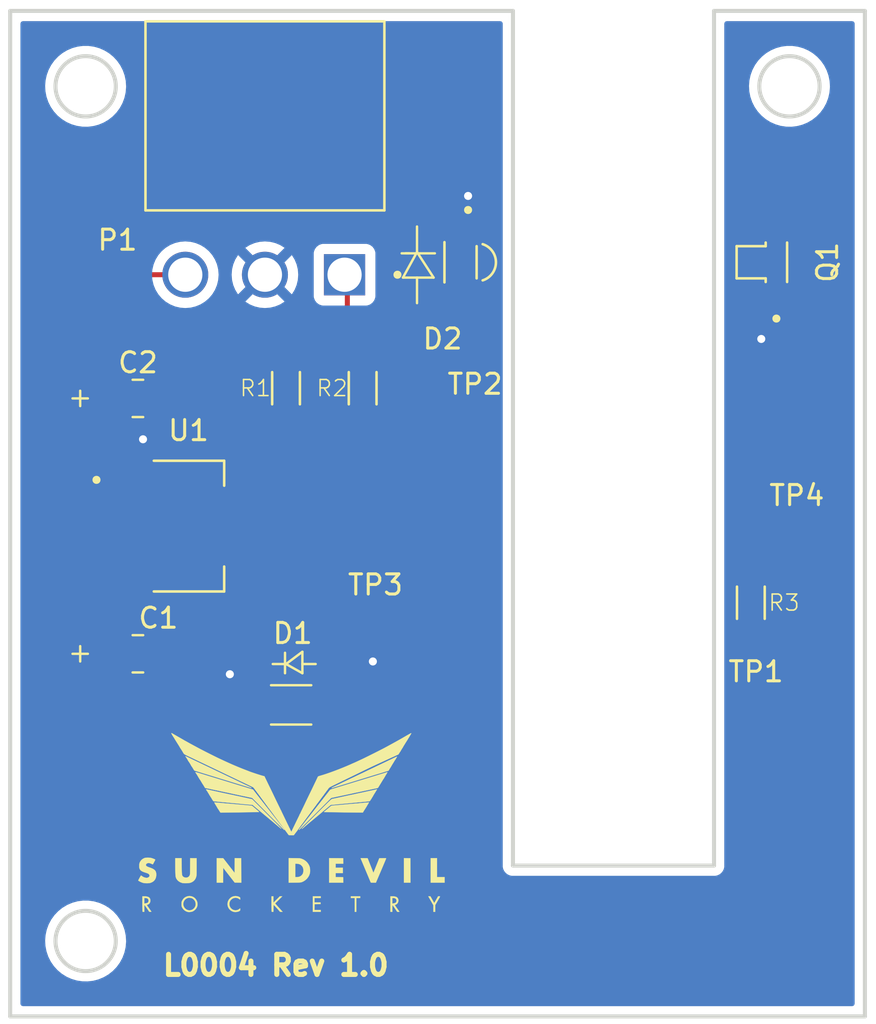
<source format=kicad_pcb>
(kicad_pcb (version 20211014) (generator pcbnew)
  (layers (0 "F.Cu" signal) (31 "B.Cu" signal) (34 "B.Paste" user) (35 "F.Paste" user) (36 "B.SilkS" user "B.Silkscreen") (37 "F.SilkS" user "F.Silkscreen") (38 "B.Mask" user) (39 "F.Mask" user) (44 "Edge.Cuts" user))
  (net 0 "")
  (net 1 "Earth")
  (net 2 "VIN")
  (net 3 "3.3V")
  (net 4 "Net-(D1-Pad2)")
  (net 5 "Net-(D2-Pad1)")
  (net 6 "VALVEPOS")
  (footprint "L0004-Photogate:T491A106K010AT" (layer "F.Cu") (at 101.6 99.06)
    (fp_text reference "C1" (at 1.016 -1.778) (layer "F.SilkS"))
    (fp_text value "10uF" hide)
    (pad "1" smd rect locked (at -1.3208 0 90) (size 1.778 1.27) (layers "F.Cu" "F.Paste" "F.Mask") (net 2 "VIN"))
    (pad "2" smd rect locked (at 1.3208 0 90) (size 1.778 1.27) (layers "F.Cu" "F.Paste" "F.Mask") (net 1 "Earth"))
  )
  (footprint "L0004-Photogate:T491A106K010AT" (layer "F.Cu") (at 101.6 86.36)
    (fp_text reference "C2" (at 0 -1.778) (layer "F.SilkS"))
    (fp_text value "10uF" hide)
    (pad "1" smd rect locked (at -1.3208 0 90) (size 1.778 1.27) (layers "F.Cu" "F.Paste" "F.Mask") (net 3 "3.3V"))
    (pad "2" smd rect locked (at 1.3208 0 90) (size 1.778 1.27) (layers "F.Cu" "F.Paste" "F.Mask") (net 1 "Earth"))
  )
  (footprint "L0004-Photogate:SML-LX1206GC-TR" (layer "F.Cu") (at 109.22 101.6)
    (fp_text reference "D1" (at 0.0762 -3.556 180) (layer "F.SilkS"))
    (fp_text value "SML-LX1206GC-TR" hide)
    (pad "1" smd rect locked (at -1.524 0) (size 0.9652 1.2954) (layers "F.Cu" "F.Paste" "F.Mask") (net 1 "Earth"))
    (pad "2" smd rect locked (at 1.524 0) (size 0.9652 1.2954) (layers "F.Cu" "F.Paste" "F.Mask") (net 4 "Net-(D1-Pad2)"))
  )
  (footprint "L0004-Photogate:DIO_VSMY2853SL" (layer "F.Cu") (at 118.01856 79.59 -90)
    (fp_text reference "D2" (at 3.81 1.27) (layer "F.SilkS"))
    (fp_text value "VSMY2853SL")
    (pad "1" smd rect locked (at 1.65 0 270) (size 0.9 1.2) (layers "F.Cu" "F.Paste" "F.Mask") (net 5 "Net-(D2-Pad1)"))
    (pad "2" smd rect locked (at -1.65 0 270) (size 0.9 1.2) (layers "F.Cu" "F.Paste" "F.Mask") (net 1 "Earth"))
  )
  (footprint "L0004-Photogate:TE_647676-3" (layer "F.Cu") (at 111.8765 80.2095 180)
    (fp_text reference "P1" (at 11.2925 1.7235) (layer "F.SilkS"))
    (fp_text value "647676-3" hide)
    (pad "1" thru_hole rect locked (at 0 0 180) (size 2.05 2.05) (drill 1.7) (layers *.Cu *.Mask) (net 2 "VIN"))
    (pad "2" thru_hole circle locked (at 3.96 0 180) (size 2.286 2.286) (drill 1.7) (layers *.Cu *.Mask) (net 1 "Earth"))
    (pad "3" thru_hole circle locked (at 7.92 0 180) (size 2.286 2.286) (drill 1.7) (layers *.Cu *.Mask) (net 6 "VALVEPOS"))
  )
  (footprint "L0004-Photogate:XDCR_SFH_3015_FA" (layer "F.Cu") (at 133.35 79.59 90)
    (fp_text reference "Q1" (at 0 2.54 90) (layer "F.SilkS"))
    (fp_text value "SFH_3015_FA")
    (pad "1" smd rect locked (at -1.75 0 90) (size 0.9 1.7) (layers "F.Cu") (net 1 "Earth"))
    (pad "2" smd rect locked (at 1.75 0 90) (size 0.9 1.7) (layers "F.Cu") (net 6 "VALVEPOS"))
  )
  (footprint "L0004-Photogate:RES_0603" (layer "F.Cu") (at 108.966 85.852 -90)
    (fp_text reference "R1" (at 0 1.524) (layer "F.SilkS") (effects (font (size 0.8 0.8) (thickness 0.0762))))
    (fp_text value "240" hide)
    (pad "1" smd rect locked (at -0.79 0 270) (size 0.94 1.02) (layers "F.Cu" "F.Paste" "F.Mask") (net 3 "3.3V"))
    (pad "2" smd rect locked (at 0.79 0 270) (size 0.94 1.02) (layers "F.Cu" "F.Paste" "F.Mask") (net 4 "Net-(D1-Pad2)"))
  )
  (footprint "L0004-Photogate:RES_0603" (layer "F.Cu") (at 112.776 85.852 -90)
    (fp_text reference "R2" (at 0 1.524) (layer "F.SilkS") (effects (font (size 0.8 0.8) (thickness 0.0762))))
    (fp_text value "220" hide)
    (pad "1" smd rect locked (at -0.79 0 270) (size 0.94 1.02) (layers "F.Cu" "F.Paste" "F.Mask") (net 3 "3.3V"))
    (pad "2" smd rect locked (at 0.79 0 270) (size 0.94 1.02) (layers "F.Cu" "F.Paste" "F.Mask") (net 5 "Net-(D2-Pad1)"))
  )
  (footprint "L0004-Photogate:RES_0603" (layer "F.Cu") (at 132.08 96.52 90)
    (fp_text reference "R3" (at 0 1.651 180) (layer "F.SilkS") (effects (font (size 0.8 0.8) (thickness 0.0762))))
    (fp_text value "150" hide)
    (pad "1" smd rect locked (at -0.79 0 90) (size 0.94 1.02) (layers "F.Cu" "F.Paste" "F.Mask") (net 3 "3.3V"))
    (pad "2" smd rect locked (at 0.79 0 90) (size 0.94 1.02) (layers "F.Cu" "F.Paste" "F.Mask") (net 6 "VALVEPOS"))
  )
  (footprint "L0004-Photogate:TP" (layer "F.Cu") (at 132.08 101.6)
    (fp_text reference "TP1" (at 0.254 -1.651) (layer "F.SilkS"))
    (fp_text value "TP" hide)
    (pad "1" smd circle locked (at 0 0) (size 1.524 1.524) (layers "F.Cu" "F.Paste" "F.Mask") (net 3 "3.3V"))
  )
  (footprint "L0004-Photogate:TP" (layer "F.Cu") (at 118.364 87.63)
    (fp_text reference "TP2" (at 0 -1.9812) (layer "F.SilkS"))
    (fp_text value "TP" hide)
    (pad "1" smd circle locked (at 0 0) (size 1.524 1.524) (layers "F.Cu" "F.Paste" "F.Mask") (net 5 "Net-(D2-Pad1)"))
  )
  (footprint "L0004-Photogate:TP" (layer "F.Cu") (at 113.284 97.282)
    (fp_text reference "TP3" (at 0.127 -1.651) (layer "F.SilkS"))
    (fp_text value "TP" hide)
    (pad "1" smd circle locked (at 0 0) (size 1.524 1.524) (layers "F.Cu" "F.Paste" "F.Mask") (net 1 "Earth"))
  )
  (footprint "L0004-Photogate:SOT230P700X180-4N" (layer "F.Cu") (at 104.14 92.71)
    (fp_text reference "U1" (at -0.025 -4.754) (layer "F.SilkS"))
    (fp_text value "LMS8117AMP-3.3_NOPB")
    (pad "1" smd rect (at -2.9 -2.3) (size 2.15 0.95) (layers "F.Cu" "F.Paste" "F.Mask") (net 1 "Earth"))
    (pad "2" smd rect (at 2.9 0) (size 2.15 3.25) (layers "F.Cu" "F.Paste" "F.Mask") (net 3 "3.3V"))
    (pad "2" smd rect (at -2.9 0) (size 2.15 0.95) (layers "F.Cu" "F.Paste" "F.Mask") (net 3 "3.3V"))
    (pad "3" smd rect (at -2.9 2.3) (size 2.15 0.95) (layers "F.Cu" "F.Paste" "F.Mask") (net 2 "VIN"))
  )
  (footprint "L0004-Photogate:Logo" (layer "F.Cu") (at 109.22 107.188)
    (fp_text reference "LOGO1" hide)
    (fp_text value "Logo" hide)
  )
  (footprint "L0004-Photogate:TP" (layer "F.Cu") (at 134.62 92.71)
    (fp_text reference "TP4" (at -0.254 -1.524) (layer "F.SilkS"))
    (fp_text value "TP" hide)
    (pad "1" smd circle locked (at 0 0) (size 1.524 1.524) (layers "F.Cu" "F.Paste" "F.Mask") (net 6 "VALVEPOS"))
  )
  (gr_line (start 137.75 67.090434) (end 137.75 117.090434) (layer "Edge.Cuts") (width 0.2))
  (gr_line (start 137.75 117.090434) (end 95.25 117.090434) (layer "Edge.Cuts") (width 0.2))
  (gr_line (start 130.249999 67.090434) (end 130.249999 109.590433) (layer "Edge.Cuts") (width 0.2))
  (gr_circle (center 99 70.840434) (end 100.5 70.840434) (layer "Edge.Cuts") (width 0.2) (fill none))
  (gr_line (start 130.249999 109.590433) (end 120.249999 109.590433) (layer "Edge.Cuts") (width 0.2))
  (gr_circle (center 134 70.840434) (end 135.5 70.840434) (layer "Edge.Cuts") (width 0.2) (fill none))
  (gr_line (start 95.25 67.090434) (end 120.249999 67.090434) (layer "Edge.Cuts") (width 0.2))
  (gr_line (start 120.249999 67.090434) (end 120.249999 109.590433) (layer "Edge.Cuts") (width 0.2))
  (gr_line (start 95.25 67.090434) (end 95.25 117.090434) (layer "Edge.Cuts") (width 0.2))
  (gr_line (start 130.249999 67.090434) (end 137.75 67.090434) (layer "Edge.Cuts") (width 0.2))
  (gr_circle (center 99 113.340434) (end 100.5 113.340434) (layer "Edge.Cuts") (width 0.2) (fill none))
  (gr_text "L0004 Rev 1.0" (at 108.458 114.554) (layer "F.SilkS") (effects (font (size 1 1) (thickness 0.25))))
  (segment (start 133.51256 82.78876) (end 133.6548 82.64652) (width 0.25) (layer "F.Cu") (net 1))
  (segment (start 133.6548 82.64652) (end 133.6548 81.4578) (width 0.25) (layer "F.Cu") (net 1))
  (segment (start 107.442 101.219) (end 106.172 100.076) (width 0.25) (layer "F.Cu") (net 1))
  (segment (start 113.284 97.282) (end 113.284 99.441) (width 0.25) (layer "F.Cu") (net 1))
  (segment (start 105.283 99.06) (end 102.749722 99.06) (width 0.25) (layer "F.Cu") (net 1))
  (segment (start 102.749722 86.36) (end 102.749722 87.496278) (width 0.25) (layer "F.Cu") (net 1))
  (segment (start 133.21284 82.78876) (end 133.51256 82.78876) (width 0.25) (layer "F.Cu") (net 1))
  (segment (start 102.749722 87.496278) (end 101.854 88.392) (width 0.25) (layer "F.Cu") (net 1))
  (segment (start 118.01856 76.29144) (end 118.01856 76.03744) (width 0.25) (layer "F.Cu") (net 1))
  (segment (start 132.59816 83.40344) (end 133.21284 82.78876) (width 0.25) (layer "F.Cu") (net 1))
  (segment (start 101.24 89.006) (end 101.854 88.392) (width 0.25) (layer "F.Cu") (net 1))
  (segment (start 118.01856 77.94) (end 118.01856 76.29144) (width 0.25) (layer "F.Cu") (net 1))
  (segment (start 106.172 100.076) (end 105.283 99.06) (width 0.25) (layer "F.Cu") (net 1))
  (segment (start 101.24 90.41) (end 101.24 89.006) (width 0.25) (layer "F.Cu") (net 1))
  (via (at 101.854 88.392) (size 0.8) (drill 0.4) (layers "F.Cu" "B.Cu") (net 1))
  (via (at 132.59816 83.40344) (size 0.8) (drill 0.4) (layers "F.Cu" "B.Cu") (net 1))
  (via (at 118.01856 76.29144) (size 0.8) (drill 0.4) (layers "F.Cu" "B.Cu") (net 1))
  (via (at 113.284 99.441) (size 0.8) (drill 0.4) (layers "F.Cu" "B.Cu") (net 1))
  (via (at 106.172 100.076) (size 0.8) (drill 0.4) (layers "F.Cu" "B.Cu") (net 1))
  (segment (start 100.450278 97.796722) (end 101.24 97.007) (width 0.25) (layer "F.Cu") (net 2))
  (segment (start 98.22948 92.64148) (end 98.22948 86.236698) (width 0.25) (layer "F.Cu") (net 2))
  (segment (start 98.22948 86.236698) (end 101.662178 82.804) (width 0.25) (layer "F.Cu") (net 2))
  (segment (start 110.998 82.804) (end 112.014 81.788) (width 0.25) (layer "F.Cu") (net 2))
  (segment (start 101.24 97.007) (end 101.24 95.01) (width 0.25) (layer "F.Cu") (net 2))
  (segment (start 101.662178 82.804) (end 110.998 82.804) (width 0.25) (layer "F.Cu") (net 2))
  (segment (start 100.450278 99.06) (end 100.450278 97.796722) (width 0.25) (layer "F.Cu") (net 2))
  (segment (start 100.598 95.01) (end 98.22948 92.64148) (width 0.25) (layer "F.Cu") (net 2))
  (segment (start 101.24 95.01) (end 100.598 95.01) (width 0.25) (layer "F.Cu") (net 2))
  (segment (start 112.014 81.788) (end 112.014 80.01) (width 0.25) (layer "F.Cu") (net 2))
  (segment (start 119.888 111.76) (end 130.429 111.76) (width 0.25) (layer "F.Cu") (net 3))
  (segment (start 117.475 109.347) (end 119.888 111.76) (width 0.25) (layer "F.Cu") (net 3))
  (segment (start 130.429 111.76) (end 132.08 110.109) (width 0.25) (layer "F.Cu") (net 3))
  (segment (start 112.748 85.062) (end 112.776 85.09) (width 0.25) (layer "F.Cu") (net 3))
  (segment (start 108.966 85.062) (end 111.28 85.062) (width 0.25) (layer "F.Cu") (net 3))
  (segment (start 132.08 101.6) (end 132.08 97.31) (width 0.25) (layer "F.Cu") (net 3))
  (segment (start 108.204 84.328) (end 108.966 85.09) (width 0.25) (layer "F.Cu") (net 3))
  (segment (start 111.28 91.976) (end 114.046 94.742) (width 0.25) (layer "F.Cu") (net 3))
  (segment (start 132.08 110.109) (end 132.08 101.6) (width 0.25) (layer "F.Cu") (net 3))
  (segment (start 107.04 92.71) (end 101.346 92.71) (width 0.25) (layer "F.Cu") (net 3))
  (segment (start 111.28 85.062) (end 111.28 91.976) (width 0.25) (layer "F.Cu") (net 3))
  (segment (start 101.092 84.328) (end 108.204 84.328) (width 0.25) (layer "F.Cu") (net 3))
  (segment (start 100.450278 88.017722) (end 100.450278 86.36) (width 0.25) (layer "F.Cu") (net 3))
  (segment (start 99.441 92.71) (end 98.679 91.948) (width 0.25) (layer "F.Cu") (net 3))
  (segment (start 100.2792 85.1408) (end 101.092 84.328) (width 0.25) (layer "F.Cu") (net 3))
  (segment (start 100.2792 86.36) (end 100.2792 85.1408) (width 0.25) (layer "F.Cu") (net 3))
  (segment (start 98.679 91.948) (end 98.679 89.789) (width 0.25) (layer "F.Cu") (net 3))
  (segment (start 101.24 92.71) (end 99.441 92.71) (width 0.25) (layer "F.Cu") (net 3))
  (segment (start 117.475 95.504) (end 117.475 109.347) (width 0.25) (layer "F.Cu") (net 3))
  (segment (start 114.046 94.742) (end 116.713 94.742) (width 0.25) (layer "F.Cu") (net 3))
  (segment (start 98.679 89.789) (end 100.450278 88.017722) (width 0.25) (layer "F.Cu") (net 3))
  (segment (start 116.713 94.742) (end 117.475 95.504) (width 0.25) (layer "F.Cu") (net 3))
  (segment (start 111.28 85.062) (end 112.748 85.062) (width 0.25) (layer "F.Cu") (net 3))
  (segment (start 108.966 89.662) (end 108.966 86.642) (width 0.25) (layer "F.Cu") (net 4))
  (segment (start 110.744 101.6) (end 110.744 91.44) (width 0.25) (layer "F.Cu") (net 4))
  (segment (start 110.744 91.44) (end 108.966 89.662) (width 0.25) (layer "F.Cu") (net 4))
  (segment (start 116.459 85.217) (end 117.094 85.852) (width 0.25) (layer "F.Cu") (net 5))
  (segment (start 117.348 86.106) (end 118.11 86.106) (width 0.25) (layer "F.Cu") (net 5))
  (segment (start 115.034 86.642) (end 116.459 85.217) (width 0.25) (layer "F.Cu") (net 5))
  (segment (start 118.364 86.36) (end 118.364 87.63) (width 0.25) (layer "F.Cu") (net 5))
  (segment (start 112.776 86.642) (end 115.034 86.642) (width 0.25) (layer "F.Cu") (net 5))
  (segment (start 116.459 85.217) (end 118.11 83.566) (width 0.25) (layer "F.Cu") (net 5))
  (segment (start 117.094 85.852) (end 117.348 86.106) (width 0.25) (layer "F.Cu") (net 5))
  (segment (start 118.11 83.566) (end 118.11 81.026) (width 0.25) (layer "F.Cu") (net 5))
  (segment (start 118.11 86.106) (end 118.364 86.36) (width 0.25) (layer "F.Cu") (net 5))
  (segment (start 135.029 84.483) (end 135.509 84.963) (width 0.25) (layer "F.Cu") (net 6))
  (segment (start 132.08 95.73) (end 132.08 93.726) (width 0.25) (layer "F.Cu") (net 6))
  (segment (start 135.509 89.662) (end 134.62 90.551) (width 0.25) (layer "F.Cu") (net 6))
  (segment (start 132.08 93.726) (end 133.096 92.71) (width 0.25) (layer "F.Cu") (net 6))
  (segment (start 97.028 100.33) (end 110.617 113.919) (width 0.25) (layer "F.Cu") (net 6))
  (segment (start 97.028 84.582) (end 97.028 100.33) (width 0.25) (layer "F.Cu") (net 6))
  (segment (start 133.068 95.73) (end 132.08 95.73) (width 0.25) (layer "F.Cu") (net 6))
  (segment (start 101.4005 80.2095) (end 97.028 84.582) (width 0.25) (layer "F.Cu") (net 6))
  (segment (start 134.62 90.551) (end 134.62 92.71) (width 0.25) (layer "F.Cu") (net 6))
  (segment (start 135.029 84.483) (end 135.029 78.0568) (width 0.25) (layer "F.Cu") (net 6))
  (segment (start 103.9565 80.2095) (end 101.4005 80.2095) (width 0.25) (layer "F.Cu") (net 6))
  (segment (start 135.509 84.963) (end 135.509 89.662) (width 0.25) (layer "F.Cu") (net 6))
  (segment (start 134.73684 77.76464) (end 133.69544 77.76464) (width 0.25) (layer "F.Cu") (net 6))
  (segment (start 134.747 110.363) (end 134.747 97.409) (width 0.25) (layer "F.Cu") (net 6))
  (segment (start 131.191 113.919) (end 134.747 110.363) (width 0.25) (layer "F.Cu") (net 6))
  (segment (start 110.617 113.919) (end 131.191 113.919) (width 0.25) (layer "F.Cu") (net 6))
  (segment (start 135.029 78.0568) (end 134.73684 77.76464) (width 0.25) (layer "F.Cu") (net 6))
  (segment (start 133.096 92.71) (end 134.62 92.71) (width 0.25) (layer "F.Cu") (net 6))
  (segment (start 134.747 97.409) (end 133.068 95.73) (width 0.25) (layer "F.Cu") (net 6))
  (zone (net 1) (net_name "Earth") (layer "B.Cu") (connect_pads (clearance 0.508)) (min_thickness 0.254) (fill yes (thermal_gap 0.508) (thermal_bridge_width 0.508))
    (polygon (pts (xy 138.303 117.348) (xy 94.742 117.475) (xy 94.8055 66.6115) (xy 120.396 66.675) (xy 130.429 66.548) (xy 138.303 66.675)))
  )
)
</source>
